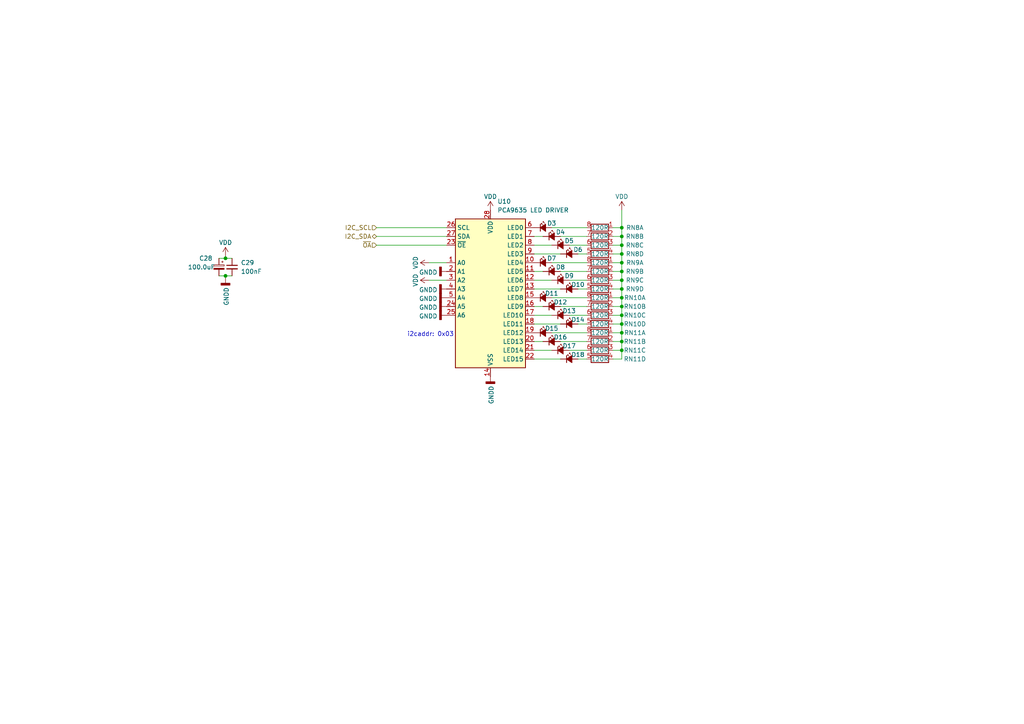
<source format=kicad_sch>
(kicad_sch (version 20250114) (generator "eeschema") (generator_version "9.0")
  (paper "A4")
  (lib_symbols
    (symbol "Device:C_Polarized_Small" (pin_numbers (hide yes)) (pin_names (offset 0.254) (hide yes))
      (property "Reference" "C" (at 0.254 1.778 0))
      (property "Value" "C_Polarized_Small" (at 0.254 -2.032 0))
      (symbol "C_Polarized_Small_0_1"
        (rectangle (start -1.524 0.6858) (end 1.524 0.3048))
        (rectangle (start -1.524 -0.3048) (end 1.524 -0.6858) (fill (type outline)))
        (polyline (pts (xy -1.27 1.524) (xy -0.762 1.524)))
        (polyline (pts (xy -1.016 1.27) (xy -1.016 1.778)))
      )
      (symbol "C_Polarized_Small_1_1"
        (pin passive line (at 0 2.54 270) (length 1.8542) (name "~") (number "1"))
        (pin passive line (at 0 -2.54 90) (length 1.8542) (name "~") (number "2"))
      )
    )
    (symbol "Device:C_Small" (pin_numbers (hide yes)) (pin_names (offset 0.254) (hide yes))
      (property "Reference" "C" (at 0.254 1.778 0))
      (property "Value" "C_Small" (at 0.254 -2.032 0))
      (symbol "C_Small_0_1"
        (polyline (pts (xy -1.524 0.508) (xy 1.524 0.508)) (stroke (width 0.3048)))
        (polyline (pts (xy -1.524 -0.508) (xy 1.524 -0.508)) (stroke (width 0.3302)))
      )
      (symbol "C_Small_1_1"
        (pin passive line (at 0 2.54 270) (length 2.032) (name "~") (number "1"))
        (pin passive line (at 0 -2.54 90) (length 2.032) (name "~") (number "2"))
      )
    )
    (symbol "Device:LED_Small_Filled" (pin_numbers (hide yes)) (pin_names (offset 0.254) (hide yes))
      (property "Reference" "D" (at -1.27 3.175 0))
      (property "Value" "LED_Small_Filled" (at -4.445 -2.54 0))
      (symbol "LED_Small_Filled_0_1"
        (polyline (pts (xy -0.762 -1.016) (xy -0.762 1.016)) (stroke (width 0.254)))
        (polyline (pts (xy 0 0.762) (xy -0.508 1.27) (xy -0.254 1.27) (xy -0.508 1.27) (xy -0.508 1.016)))
        (polyline (pts (xy 0.508 1.27) (xy 0 1.778) (xy 0.254 1.778) (xy 0 1.778) (xy 0 1.524)))
        (polyline (pts (xy 0.762 -1.016) (xy -0.762 0) (xy 0.762 1.016) (xy 0.762 -1.016)) (stroke (width 0.254)) (fill (type outline)))
        (polyline (pts (xy 1.016 0) (xy -0.762 0)))
      )
      (symbol "LED_Small_Filled_1_1"
        (pin passive line (at -2.54 0 0) (length 1.778) (name "K") (number "1"))
        (pin passive line (at 2.54 0 180) (length 1.778) (name "A") (number "2"))
      )
    )
    (symbol "Device:R_Pack04_Split" (pin_names (offset 0) (hide yes))
      (property "Reference" "RN" (at 2.032 0 90))
      (property "Value" "R_Pack04_Split" (at 0 0 90))
      (symbol "R_Pack04_Split_0_1"
        (rectangle (start 1.016 2.54) (end -1.016 -2.54) (stroke (width 0.254)))
      )
      (symbol "R_Pack04_Split_1_1"
        (pin passive line (at 0 3.81 270) (length 1.27) (name "R1.2") (number "8"))
        (pin passive line (at 0 -3.81 90) (length 1.27) (name "R1.1") (number "1"))
      )
      (symbol "R_Pack04_Split_2_1"
        (pin passive line (at 0 3.81 270) (length 1.27) (name "R2.2") (number "7"))
        (pin passive line (at 0 -3.81 90) (length 1.27) (name "R2.1") (number "2"))
      )
      (symbol "R_Pack04_Split_3_1"
        (pin passive line (at 0 3.81 270) (length 1.27) (name "R3.2") (number "6"))
        (pin passive line (at 0 -3.81 90) (length 1.27) (name "R3.1") (number "3"))
      )
      (symbol "R_Pack04_Split_4_1"
        (pin passive line (at 0 3.81 270) (length 1.27) (name "R4.2") (number "5"))
        (pin passive line (at 0 -3.81 90) (length 1.27) (name "R4.1") (number "4"))
      )
    )
    (symbol "Driver_LED:PCA9635"
      (property "Reference" "U" (at -10.16 24.13 0))
      (property "Value" "PCA9635" (at 2.54 -21.59 0))
      (symbol "PCA9635_0_1"
        (rectangle (start -10.16 22.86) (end 10.16 -20.32) (stroke (width 0.254)) (fill (type background)))
      )
      (symbol "PCA9635_1_1"
        (pin input line (at -12.7 20.32 0) (length 2.54) (name "SCL") (number "26"))
        (pin bidirectional line (at -12.7 17.78 0) (length 2.54) (name "SDA") (number "27"))
        (pin input line (at -12.7 15.24 0) (length 2.54) (name "~{OE}") (number "23"))
        (pin input line (at -12.7 10.16 0) (length 2.54) (name "A0") (number "1"))
        (pin input line (at -12.7 7.62 0) (length 2.54) (name "A1") (number "2"))
        (pin input line (at -12.7 5.08 0) (length 2.54) (name "A2") (number "3"))
        (pin input line (at -12.7 2.54 0) (length 2.54) (name "A3") (number "4"))
        (pin input line (at -12.7 0 0) (length 2.54) (name "A4") (number "5"))
        (pin input line (at -12.7 -2.54 0) (length 2.54) (name "A5") (number "24"))
        (pin input line (at -12.7 -5.08 0) (length 2.54) (name "A6") (number "25"))
        (pin power_in line (at 0 25.4 270) (length 2.54) (name "VDD") (number "28"))
        (pin power_in line (at 0 -22.86 90) (length 2.54) (name "VSS") (number "14"))
        (pin output line (at 12.7 20.32 180) (length 2.54) (name "LED0") (number "6"))
        (pin output line (at 12.7 17.78 180) (length 2.54) (name "LED1") (number "7"))
        (pin output line (at 12.7 15.24 180) (length 2.54) (name "LED2") (number "8"))
        (pin output line (at 12.7 12.7 180) (length 2.54) (name "LED3") (number "9"))
        (pin output line (at 12.7 10.16 180) (length 2.54) (name "LED4") (number "10"))
        (pin output line (at 12.7 7.62 180) (length 2.54) (name "LED5") (number "11"))
        (pin output line (at 12.7 5.08 180) (length 2.54) (name "LED6") (number "12"))
        (pin output line (at 12.7 2.54 180) (length 2.54) (name "LED7") (number "13"))
        (pin output line (at 12.7 0 180) (length 2.54) (name "LED8") (number "15"))
        (pin output line (at 12.7 -2.54 180) (length 2.54) (name "LED9") (number "16"))
        (pin output line (at 12.7 -5.08 180) (length 2.54) (name "LED10") (number "17"))
        (pin output line (at 12.7 -7.62 180) (length 2.54) (name "LED11") (number "18"))
        (pin output line (at 12.7 -10.16 180) (length 2.54) (name "LED12") (number "19"))
        (pin output line (at 12.7 -12.7 180) (length 2.54) (name "LED13") (number "20"))
        (pin output line (at 12.7 -15.24 180) (length 2.54) (name "LED14") (number "21"))
        (pin output line (at 12.7 -17.78 180) (length 2.54) (name "LED15") (number "22"))
      )
    )
    (symbol "power:GNDD" (power) (pin_names (offset 0))
      (property "Value" "GNDD" (at 0 -3.175 0))
      (symbol "GNDD_0_1"
        (rectangle (start -1.27 -1.524) (end 1.27 -2.032) (stroke (width 0.254)) (fill (type outline)))
        (polyline (pts (xy 0 0) (xy 0 -1.524)))
      )
      (symbol "GNDD_1_1"
        (pin power_in line (at 0 0 270) (length 0) (hide yes) (name "GNDD") (number "1"))
      )
    )
    (symbol "power:VDD" (power) (pin_names (offset 0))
      (property "Value" "VDD" (at 0 3.81 0))
      (symbol "VDD_0_1"
        (polyline (pts (xy -0.762 1.27) (xy 0 2.54)))
        (polyline (pts (xy 0 2.54) (xy 0.762 1.27)))
        (polyline (pts (xy 0 0) (xy 0 2.54)))
      )
      (symbol "VDD_1_1"
        (pin power_in line (at 0 0 90) (length 0) (hide yes) (name "VDD") (number "1"))
      )
    )
  )
  (text "i2caddr: 0x03" (at 118.11 97.79 0) (effects (font (size 1.27 1.27)) (justify left bottom)))
  (junction (at 180.34 78.74))
  (junction (at 180.34 99.06))
  (junction (at 180.34 76.2))
  (junction (at 180.34 68.58))
  (junction (at 180.34 81.28))
  (junction (at 180.34 66.04))
  (junction (at 180.34 83.82))
  (junction (at 180.34 101.6))
  (junction (at 180.34 86.36))
  (junction (at 65.405 80.01))
  (junction (at 180.34 88.9))
  (junction (at 180.34 96.52))
  (junction (at 180.34 91.44))
  (junction (at 65.405 74.93))
  (junction (at 180.34 73.66))
  (junction (at 180.34 93.98))
  (junction (at 180.34 71.12))
  (wire (pts (xy 180.34 71.12) (xy 180.34 73.66)))
  (wire (pts (xy 165.1 91.44) (xy 170.18 91.44)))
  (wire (pts (xy 124.46 81.28) (xy 129.54 81.28)))
  (wire (pts (xy 180.34 88.9) (xy 180.34 91.44)))
  (wire (pts (xy 180.34 73.66) (xy 180.34 76.2)))
  (wire (pts (xy 177.8 81.28) (xy 180.34 81.28)))
  (wire (pts (xy 167.64 83.82) (xy 170.18 83.82)))
  (wire (pts (xy 180.34 78.74) (xy 180.34 81.28)))
  (wire (pts (xy 65.405 74.295) (xy 65.405 74.93)))
  (wire (pts (xy 154.94 101.6) (xy 160.02 101.6)))
  (wire (pts (xy 177.8 71.12) (xy 180.34 71.12)))
  (wire (pts (xy 180.34 66.04) (xy 180.34 68.58)))
  (wire (pts (xy 109.22 71.12) (xy 129.54 71.12)))
  (wire (pts (xy 177.8 99.06) (xy 180.34 99.06)))
  (wire (pts (xy 180.34 104.14) (xy 177.8 104.14)))
  (wire (pts (xy 154.94 99.06) (xy 157.48 99.06)))
  (wire (pts (xy 177.8 68.58) (xy 180.34 68.58)))
  (wire (pts (xy 65.405 74.93) (xy 67.31 74.93)))
  (wire (pts (xy 180.34 101.6) (xy 180.34 104.14)))
  (wire (pts (xy 177.8 78.74) (xy 180.34 78.74)))
  (wire (pts (xy 180.34 76.2) (xy 180.34 78.74)))
  (wire (pts (xy 180.34 86.36) (xy 180.34 88.9)))
  (wire (pts (xy 177.8 96.52) (xy 180.34 96.52)))
  (wire (pts (xy 160.02 66.04) (xy 170.18 66.04)))
  (wire (pts (xy 154.94 81.28) (xy 160.02 81.28)))
  (wire (pts (xy 177.8 83.82) (xy 180.34 83.82)))
  (wire (pts (xy 154.94 104.14) (xy 162.56 104.14)))
  (wire (pts (xy 65.405 80.01) (xy 67.31 80.01)))
  (wire (pts (xy 165.1 101.6) (xy 170.18 101.6)))
  (wire (pts (xy 177.8 66.04) (xy 180.34 66.04)))
  (wire (pts (xy 180.34 99.06) (xy 180.34 101.6)))
  (wire (pts (xy 177.8 91.44) (xy 180.34 91.44)))
  (wire (pts (xy 162.56 99.06) (xy 170.18 99.06)))
  (wire (pts (xy 180.34 83.82) (xy 180.34 86.36)))
  (wire (pts (xy 63.5 74.93) (xy 65.405 74.93)))
  (wire (pts (xy 63.5 80.01) (xy 65.405 80.01)))
  (wire (pts (xy 167.64 93.98) (xy 170.18 93.98)))
  (wire (pts (xy 177.8 73.66) (xy 180.34 73.66)))
  (wire (pts (xy 177.8 88.9) (xy 180.34 88.9)))
  (wire (pts (xy 167.64 73.66) (xy 170.18 73.66)))
  (wire (pts (xy 154.94 71.12) (xy 160.02 71.12)))
  (wire (pts (xy 180.34 93.98) (xy 180.34 96.52)))
  (wire (pts (xy 154.94 88.9) (xy 157.48 88.9)))
  (wire (pts (xy 180.34 91.44) (xy 180.34 93.98)))
  (wire (pts (xy 154.94 68.58) (xy 157.48 68.58)))
  (wire (pts (xy 124.46 76.2) (xy 129.54 76.2)))
  (wire (pts (xy 154.94 93.98) (xy 162.56 93.98)))
  (wire (pts (xy 165.1 71.12) (xy 170.18 71.12)))
  (wire (pts (xy 180.34 60.96) (xy 180.34 66.04)))
  (wire (pts (xy 154.94 73.66) (xy 162.56 73.66)))
  (wire (pts (xy 177.8 86.36) (xy 180.34 86.36)))
  (wire (pts (xy 167.64 104.14) (xy 170.18 104.14)))
  (wire (pts (xy 162.56 78.74) (xy 170.18 78.74)))
  (wire (pts (xy 160.02 96.52) (xy 170.18 96.52)))
  (wire (pts (xy 109.22 68.58) (xy 129.54 68.58)))
  (wire (pts (xy 160.02 86.36) (xy 170.18 86.36)))
  (wire (pts (xy 154.94 83.82) (xy 162.56 83.82)))
  (wire (pts (xy 109.22 66.04) (xy 129.54 66.04)))
  (wire (pts (xy 154.94 78.74) (xy 157.48 78.74)))
  (wire (pts (xy 177.8 76.2) (xy 180.34 76.2)))
  (wire (pts (xy 177.8 93.98) (xy 180.34 93.98)))
  (wire (pts (xy 154.94 91.44) (xy 160.02 91.44)))
  (wire (pts (xy 65.405 80.01) (xy 65.405 80.645)))
  (wire (pts (xy 160.02 76.2) (xy 170.18 76.2)))
  (wire (pts (xy 180.34 81.28) (xy 180.34 83.82)))
  (wire (pts (xy 180.34 68.58) (xy 180.34 71.12)))
  (wire (pts (xy 180.34 96.52) (xy 180.34 99.06)))
  (wire (pts (xy 165.1 81.28) (xy 170.18 81.28)))
  (wire (pts (xy 162.56 88.9) (xy 170.18 88.9)))
  (wire (pts (xy 177.8 101.6) (xy 180.34 101.6)))
  (wire (pts (xy 162.56 68.58) (xy 170.18 68.58)))
  (hierarchical_label "I2C_SCL" (shape input) (at 109.22 66.04 180))
  (hierarchical_label "~{OA}" (shape input) (at 109.22 71.12 180))
  (hierarchical_label "I2C_SDA" (shape bidirectional) (at 109.22 68.58 180))
  (symbol (lib_id "Device:LED_Small_Filled") (at 162.56 101.6 0) (unit 1)
    (property "Reference" "D17" (at 165.1 100.33 0))
    (property "Value" "LED 0402 GREEN" (effects (hide yes)))
    (property "Footprint" "LED_SMD:LED_0402_1005Metric" (effects (hide yes)))
    (property "Datasheet" "https://datasheet.lcsc.com/lcsc/2211021630_XINGLIGHT-XL-1005UGC_C2856703.pdf" (effects (hide yes)))
    (property "lcsc#" "C2856703" (effects (hide yes)))
    (property "mfg#" "XL-1005UGC" (effects (hide yes)))
  )
  (symbol (lib_id "Device:LED_Small_Filled") (at 160.02 68.58 0) (unit 1)
    (property "Reference" "D4" (at 162.56 67.31 0))
    (property "Value" "LED 0402 RED" (effects (hide yes)))
    (property "Footprint" "LED_SMD:LED_0402_1005Metric" (effects (hide yes)))
    (property "Datasheet" "https://datasheet.lcsc.com/lcsc/2211030000_XINGLIGHT-XL-1005SURC_C965790.pdf" (effects (hide yes)))
    (property "lcsc#" "C965790" (effects (hide yes)))
    (property "mfg#" "XL-1005SURC" (effects (hide yes)))
  )
  (symbol (lib_id "Device:LED_Small_Filled") (at 157.48 86.36 0) (unit 1)
    (property "Reference" "D11" (at 160.02 85.09 0))
    (property "Value" "LED 0402 GREEN" (effects (hide yes)))
    (property "Footprint" "LED_SMD:LED_0402_1005Metric" (effects (hide yes)))
    (property "Datasheet" "https://datasheet.lcsc.com/lcsc/2211021630_XINGLIGHT-XL-1005UGC_C2856703.pdf" (effects (hide yes)))
    (property "lcsc#" "C2856703" (effects (hide yes)))
    (property "mfg#" "XL-1005UGC" (effects (hide yes)))
  )
  (symbol (lib_id "Device:LED_Small_Filled") (at 162.56 71.12 0) (unit 1)
    (property "Reference" "D5" (at 165.1 69.85 0))
    (property "Value" "LED 0402 GREEN" (effects (hide yes)))
    (property "Footprint" "LED_SMD:LED_0402_1005Metric" (effects (hide yes)))
    (property "Datasheet" "https://datasheet.lcsc.com/lcsc/2211021630_XINGLIGHT-XL-1005UGC_C2856703.pdf" (effects (hide yes)))
    (property "lcsc#" "C2856703" (effects (hide yes)))
    (property "mfg#" "XL-1005UGC" (effects (hide yes)))
  )
  (symbol (lib_id "Driver_LED:PCA9635") (at 142.24 86.36 0) (unit 1)
    (property "Reference" "U10" (at 144.2594 58.42 0) (effects (justify left)))
    (property "Value" "PCA9635 LED DRIVER" (at 144.2594 60.96 0) (effects (justify left)))
    (property "Footprint" "Package_SO:TSSOP-28_4.4x9.7mm_P0.65mm" (effects (hide yes)))
    (property "Datasheet" "https://www.nxp.com/docs/en/data-sheet/PCA9635.pdf" (effects (hide yes)))
    (property "lcsc#" "C110795" (effects (hide yes)))
    (property "dig#" "568-4067-1-ND" (effects (hide yes)))
    (property "mfg#" "PCA9635PW,118" (effects (hide yes)))
  )
  (symbol (lib_id "Device:R_Pack04_Split") (at 173.99 96.52 90) (unit 1)
    (property "Reference" "RN11" (at 184.15 96.52 90))
    (property "Value" "120R" (at 173.99 96.52 90))
    (property "Footprint" "Resistor_SMD:R_Array_Convex_4x0402" (effects (hide yes)))
    (property "Datasheet" "https://datasheet.lcsc.com/lcsc/1811141242_YAGEO-YC124-JR-07100RL_C326873.pdf" (effects (hide yes)))
    (property "mfg#" "YC124-JR-07120RL" (effects (hide yes)))
    (property "lcsc#" "C326871" (effects (hide yes)))
  )
  (symbol (lib_id "power:GNDD") (at 129.54 88.9 270) (unit 1)
    (property "Reference" "#PWR0111" (effects (hide yes)))
    (property "Value" "GNDD" (at 124.206 89.154 90))
  )
  (symbol (lib_id "Device:LED_Small_Filled") (at 165.1 93.98 0) (unit 1)
    (property "Reference" "D14" (at 167.64 92.71 0))
    (property "Value" "LED 0402 RED" (effects (hide yes)))
    (property "Footprint" "LED_SMD:LED_0402_1005Metric" (effects (hide yes)))
    (property "Datasheet" "https://datasheet.lcsc.com/lcsc/2211030000_XINGLIGHT-XL-1005SURC_C965790.pdf" (effects (hide yes)))
    (property "lcsc#" "C965790" (effects (hide yes)))
    (property "mfg#" "XL-1005SURC" (effects (hide yes)))
  )
  (symbol (lib_id "Device:LED_Small_Filled") (at 157.48 96.52 0) (unit 1)
    (property "Reference" "D15" (at 160.02 95.25 0))
    (property "Value" "LED 0402 GREEN" (effects (hide yes)))
    (property "Footprint" "LED_SMD:LED_0402_1005Metric" (effects (hide yes)))
    (property "Datasheet" "https://datasheet.lcsc.com/lcsc/2211021630_XINGLIGHT-XL-1005UGC_C2856703.pdf" (effects (hide yes)))
    (property "lcsc#" "C2856703" (effects (hide yes)))
    (property "mfg#" "XL-1005UGC" (effects (hide yes)))
  )
  (symbol (lib_id "power:GNDD") (at 65.405 80.645 0) (unit 1)
    (property "Reference" "#PWR049" (effects (hide yes)))
    (property "Value" "GNDD" (at 65.659 85.979 90))
  )
  (symbol (lib_id "power:GNDD") (at 129.54 83.82 270) (unit 1)
    (property "Reference" "#PWR0109" (effects (hide yes)))
    (property "Value" "GNDD" (at 124.206 84.074 90))
  )
  (symbol (lib_id "Device:R_Pack04_Split") (at 173.99 86.36 90) (unit 1)
    (property "Reference" "RN10" (at 184.15 86.36 90))
    (property "Value" "120R" (at 173.99 86.36 90))
    (property "Footprint" "Resistor_SMD:R_Array_Convex_4x0402" (effects (hide yes)))
    (property "Datasheet" "https://datasheet.lcsc.com/lcsc/1811141242_YAGEO-YC124-JR-07100RL_C326873.pdf" (effects (hide yes)))
    (property "mfg#" "YC124-JR-07120RL" (effects (hide yes)))
    (property "lcsc#" "C326871" (effects (hide yes)))
  )
  (symbol (lib_id "power:VDD") (at 142.24 60.96 0) (unit 1)
    (property "Reference" "#PWR0102" (effects (hide yes)))
    (property "Value" "VDD" (at 142.24 57.023 0))
  )
  (symbol (lib_id "Device:R_Pack04_Split") (at 173.99 76.2 90) (unit 1)
    (property "Reference" "RN9" (at 184.15 76.2 90))
    (property "Value" "120R" (at 173.99 76.2 90))
    (property "Footprint" "Resistor_SMD:R_Array_Convex_4x0402" (effects (hide yes)))
    (property "Datasheet" "https://datasheet.lcsc.com/lcsc/1811141242_YAGEO-YC124-JR-07100RL_C326873.pdf" (effects (hide yes)))
    (property "mfg#" "YC124-JR-07120RL" (effects (hide yes)))
    (property "lcsc#" "C326871" (effects (hide yes)))
  )
  (symbol (lib_id "Device:LED_Small_Filled") (at 157.48 76.2 0) (unit 1)
    (property "Reference" "D7" (at 160.02 74.93 0))
    (property "Value" "LED 0402 GREEN" (effects (hide yes)))
    (property "Footprint" "LED_SMD:LED_0402_1005Metric" (effects (hide yes)))
    (property "Datasheet" "https://datasheet.lcsc.com/lcsc/2211021630_XINGLIGHT-XL-1005UGC_C2856703.pdf" (effects (hide yes)))
    (property "lcsc#" "C2856703" (effects (hide yes)))
    (property "mfg#" "XL-1005UGC" (effects (hide yes)))
  )
  (symbol (lib_id "Device:LED_Small_Filled") (at 165.1 83.82 0) (unit 1)
    (property "Reference" "D10" (at 167.64 82.55 0))
    (property "Value" "LED 0402 RED" (effects (hide yes)))
    (property "Footprint" "LED_SMD:LED_0402_1005Metric" (effects (hide yes)))
    (property "Datasheet" "https://datasheet.lcsc.com/lcsc/2211030000_XINGLIGHT-XL-1005SURC_C965790.pdf" (effects (hide yes)))
    (property "lcsc#" "C965790" (effects (hide yes)))
    (property "mfg#" "XL-1005SURC" (effects (hide yes)))
  )
  (symbol (lib_id "Device:LED_Small_Filled") (at 162.56 81.28 0) (unit 1)
    (property "Reference" "D9" (at 165.1 80.01 0))
    (property "Value" "LED 0402 GREEN" (effects (hide yes)))
    (property "Footprint" "LED_SMD:LED_0402_1005Metric" (effects (hide yes)))
    (property "Datasheet" "https://datasheet.lcsc.com/lcsc/2211021630_XINGLIGHT-XL-1005UGC_C2856703.pdf" (effects (hide yes)))
    (property "lcsc#" "C2856703" (effects (hide yes)))
    (property "mfg#" "XL-1005UGC" (effects (hide yes)))
  )
  (symbol (lib_id "Device:R_Pack04_Split") (at 173.99 104.14 90) (unit 4)
    (property "Reference" "RN11" (at 184.15 104.14 90))
    (property "Value" "120R" (at 173.99 104.14 90))
    (property "Footprint" "Resistor_SMD:R_Array_Convex_4x0402" (effects (hide yes)))
    (property "Datasheet" "https://datasheet.lcsc.com/lcsc/1811141242_YAGEO-YC124-JR-07100RL_C326873.pdf" (effects (hide yes)))
    (property "mfg#" "YC124-JR-07120RL" (effects (hide yes)))
    (property "lcsc#" "C326871" (effects (hide yes)))
  )
  (symbol (lib_id "power:GNDD") (at 129.54 86.36 270) (unit 1)
    (property "Reference" "#PWR0110" (effects (hide yes)))
    (property "Value" "GNDD" (at 124.206 86.614 90))
  )
  (symbol (lib_id "Device:LED_Small_Filled") (at 165.1 104.14 0) (unit 1)
    (property "Reference" "D18" (at 167.64 102.87 0))
    (property "Value" "LED 0402 RED" (effects (hide yes)))
    (property "Footprint" "LED_SMD:LED_0402_1005Metric" (effects (hide yes)))
    (property "Datasheet" "https://datasheet.lcsc.com/lcsc/2211030000_XINGLIGHT-XL-1005SURC_C965790.pdf" (effects (hide yes)))
    (property "lcsc#" "C965790" (effects (hide yes)))
    (property "mfg#" "XL-1005SURC" (effects (hide yes)))
  )
  (symbol (lib_id "Device:R_Pack04_Split") (at 173.99 83.82 90) (unit 4)
    (property "Reference" "RN9" (at 184.15 83.82 90))
    (property "Value" "120R" (at 173.99 83.82 90))
    (property "Footprint" "Resistor_SMD:R_Array_Convex_4x0402" (effects (hide yes)))
    (property "Datasheet" "https://datasheet.lcsc.com/lcsc/1811141242_YAGEO-YC124-JR-07100RL_C326873.pdf" (effects (hide yes)))
    (property "mfg#" "YC124-JR-07120RL" (effects (hide yes)))
    (property "lcsc#" "C326871" (effects (hide yes)))
  )
  (symbol (lib_id "Device:C_Small") (at 67.31 77.47 0) (unit 1)
    (property "Reference" "C29" (at 69.85 76.2062 0) (effects (justify left)))
    (property "Value" "100nF" (at 69.85 78.7462 0) (effects (justify left)))
    (property "Footprint" "Capacitor_SMD:C_0603_1608Metric" (effects (hide yes)))
    (property "Datasheet" "https://datasheet.lcsc.com/lcsc/1912111437_TDK-C1608X7R1E104KT000N_C338036.pdf" (effects (hide yes)))
    (property "lcsc#" "C338036" (effects (hide yes)))
    (property "mfg#" "C1608X7R1E104KT000N" (effects (hide yes)))
  )
  (symbol (lib_id "Device:R_Pack04_Split") (at 173.99 66.04 90) (unit 1)
    (property "Reference" "RN8" (at 184.15 66.04 90))
    (property "Value" "120R" (at 173.99 66.04 90))
    (property "Footprint" "Resistor_SMD:R_Array_Convex_4x0402" (effects (hide yes)))
    (property "Datasheet" "https://datasheet.lcsc.com/lcsc/1811141242_YAGEO-YC124-JR-07100RL_C326873.pdf" (effects (hide yes)))
    (property "mfg#" "YC124-JR-07120RL" (effects (hide yes)))
    (property "lcsc#" "C326871" (effects (hide yes)))
  )
  (symbol (lib_id "Device:R_Pack04_Split") (at 173.99 93.98 90) (unit 4)
    (property "Reference" "RN10" (at 184.15 93.98 90))
    (property "Value" "120R" (at 173.99 93.98 90))
    (property "Footprint" "Resistor_SMD:R_Array_Convex_4x0402" (effects (hide yes)))
    (property "Datasheet" "https://datasheet.lcsc.com/lcsc/1811141242_YAGEO-YC124-JR-07100RL_C326873.pdf" (effects (hide yes)))
    (property "mfg#" "YC124-JR-07120RL" (effects (hide yes)))
    (property "lcsc#" "C326871" (effects (hide yes)))
  )
  (symbol (lib_id "Device:LED_Small_Filled") (at 160.02 99.06 0) (unit 1)
    (property "Reference" "D16" (at 162.56 97.79 0))
    (property "Value" "LED 0402 RED" (effects (hide yes)))
    (property "Footprint" "LED_SMD:LED_0402_1005Metric" (effects (hide yes)))
    (property "Datasheet" "https://datasheet.lcsc.com/lcsc/2211030000_XINGLIGHT-XL-1005SURC_C965790.pdf" (effects (hide yes)))
    (property "lcsc#" "C965790" (effects (hide yes)))
    (property "mfg#" "XL-1005SURC" (effects (hide yes)))
  )
  (symbol (lib_id "Device:R_Pack04_Split") (at 173.99 101.6 90) (unit 3)
    (property "Reference" "RN11" (at 184.15 101.6 90))
    (property "Value" "120R" (at 173.99 101.6 90))
    (property "Footprint" "Resistor_SMD:R_Array_Convex_4x0402" (effects (hide yes)))
    (property "Datasheet" "https://datasheet.lcsc.com/lcsc/1811141242_YAGEO-YC124-JR-07100RL_C326873.pdf" (effects (hide yes)))
    (property "mfg#" "YC124-JR-07120RL" (effects (hide yes)))
    (property "lcsc#" "C326871" (effects (hide yes)))
  )
  (symbol (lib_id "power:VDD") (at 124.46 81.28 90) (unit 1)
    (property "Reference" "#PWR0108" (effects (hide yes)))
    (property "Value" "VDD" (at 120.523 81.28 0))
  )
  (symbol (lib_id "power:VDD") (at 180.34 60.96 0) (unit 1)
    (property "Reference" "#PWR0103" (effects (hide yes)))
    (property "Value" "VDD" (at 180.34 57.023 0))
  )
  (symbol (lib_id "Device:R_Pack04_Split") (at 173.99 68.58 90) (unit 2)
    (property "Reference" "RN8" (at 184.15 68.58 90))
    (property "Value" "120R" (at 173.99 68.58 90))
    (property "Footprint" "Resistor_SMD:R_Array_Convex_4x0402" (effects (hide yes)))
    (property "Datasheet" "https://datasheet.lcsc.com/lcsc/1811141242_YAGEO-YC124-JR-07100RL_C326873.pdf" (effects (hide yes)))
    (property "mfg#" "YC124-JR-07120RL" (effects (hide yes)))
    (property "lcsc#" "C326871" (effects (hide yes)))
  )
  (symbol (lib_id "Device:R_Pack04_Split") (at 173.99 88.9 90) (unit 2)
    (property "Reference" "RN10" (at 184.15 88.9 90))
    (property "Value" "120R" (at 173.99 88.9 90))
    (property "Footprint" "Resistor_SMD:R_Array_Convex_4x0402" (effects (hide yes)))
    (property "Datasheet" "https://datasheet.lcsc.com/lcsc/1811141242_YAGEO-YC124-JR-07100RL_C326873.pdf" (effects (hide yes)))
    (property "mfg#" "YC124-JR-07120RL" (effects (hide yes)))
    (property "lcsc#" "C326871" (effects (hide yes)))
  )
  (symbol (lib_id "Device:R_Pack04_Split") (at 173.99 78.74 90) (unit 2)
    (property "Reference" "RN9" (at 184.15 78.74 90))
    (property "Value" "120R" (at 173.99 78.74 90))
    (property "Footprint" "Resistor_SMD:R_Array_Convex_4x0402" (effects (hide yes)))
    (property "Datasheet" "https://datasheet.lcsc.com/lcsc/1811141242_YAGEO-YC124-JR-07100RL_C326873.pdf" (effects (hide yes)))
    (property "mfg#" "YC124-JR-07120RL" (effects (hide yes)))
    (property "lcsc#" "C326871" (effects (hide yes)))
  )
  (symbol (lib_id "power:GNDD") (at 129.54 91.44 270) (unit 1)
    (property "Reference" "#PWR0112" (effects (hide yes)))
    (property "Value" "GNDD" (at 124.206 91.694 90))
  )
  (symbol (lib_id "power:GNDD") (at 142.24 109.22 0) (unit 1)
    (property "Reference" "#PWR0113" (effects (hide yes)))
    (property "Value" "GNDD" (at 142.494 114.554 90))
  )
  (symbol (lib_id "Device:LED_Small_Filled") (at 162.56 91.44 0) (unit 1)
    (property "Reference" "D13" (at 165.1 90.17 0))
    (property "Value" "LED 0402 GREEN" (effects (hide yes)))
    (property "Footprint" "LED_SMD:LED_0402_1005Metric" (effects (hide yes)))
    (property "Datasheet" "https://datasheet.lcsc.com/lcsc/2211021630_XINGLIGHT-XL-1005UGC_C2856703.pdf" (effects (hide yes)))
    (property "lcsc#" "C2856703" (effects (hide yes)))
    (property "mfg#" "XL-1005UGC" (effects (hide yes)))
  )
  (symbol (lib_id "Device:R_Pack04_Split") (at 173.99 99.06 90) (unit 2)
    (property "Reference" "RN11" (at 184.15 99.06 90))
    (property "Value" "120R" (at 173.99 99.06 90))
    (property "Footprint" "Resistor_SMD:R_Array_Convex_4x0402" (effects (hide yes)))
    (property "Datasheet" "https://datasheet.lcsc.com/lcsc/1811141242_YAGEO-YC124-JR-07100RL_C326873.pdf" (effects (hide yes)))
    (property "mfg#" "YC124-JR-07120RL" (effects (hide yes)))
    (property "lcsc#" "C326871" (effects (hide yes)))
  )
  (symbol (lib_id "Device:LED_Small_Filled") (at 160.02 88.9 0) (unit 1)
    (property "Reference" "D12" (at 162.56 87.63 0))
    (property "Value" "LED 0402 RED" (effects (hide yes)))
    (property "Footprint" "LED_SMD:LED_0402_1005Metric" (effects (hide yes)))
    (property "Datasheet" "https://datasheet.lcsc.com/lcsc/2211030000_XINGLIGHT-XL-1005SURC_C965790.pdf" (effects (hide yes)))
    (property "lcsc#" "C965790" (effects (hide yes)))
    (property "mfg#" "XL-1005SURC" (effects (hide yes)))
  )
  (symbol (lib_id "Device:LED_Small_Filled") (at 165.1 73.66 0) (unit 1)
    (property "Reference" "D6" (at 167.64 72.39 0))
    (property "Value" "LED 0402 RED" (effects (hide yes)))
    (property "Footprint" "LED_SMD:LED_0402_1005Metric" (effects (hide yes)))
    (property "Datasheet" "https://datasheet.lcsc.com/lcsc/2211030000_XINGLIGHT-XL-1005SURC_C965790.pdf" (effects (hide yes)))
    (property "lcsc#" "C965790" (effects (hide yes)))
    (property "mfg#" "XL-1005SURC" (effects (hide yes)))
  )
  (symbol (lib_id "Device:R_Pack04_Split") (at 173.99 73.66 90) (unit 4)
    (property "Reference" "RN8" (at 184.15 73.66 90))
    (property "Value" "120R" (at 173.99 73.66 90))
    (property "Footprint" "Resistor_SMD:R_Array_Convex_4x0402" (effects (hide yes)))
    (property "Datasheet" "https://datasheet.lcsc.com/lcsc/1811141242_YAGEO-YC124-JR-07100RL_C326873.pdf" (effects (hide yes)))
    (property "mfg#" "YC124-JR-07120RL" (effects (hide yes)))
    (property "lcsc#" "C326871" (effects (hide yes)))
  )
  (symbol (lib_id "power:GNDD") (at 129.54 78.74 270) (unit 1)
    (property "Reference" "#PWR0106" (effects (hide yes)))
    (property "Value" "GNDD" (at 124.206 78.994 90))
  )
  (symbol (lib_id "power:VDD") (at 65.405 74.295 0) (unit 1)
    (property "Reference" "#PWR0104" (effects (hide yes)))
    (property "Value" "VDD" (at 65.405 70.358 0))
  )
  (symbol (lib_id "power:VDD") (at 124.46 76.2 90) (unit 1)
    (property "Reference" "#PWR0105" (effects (hide yes)))
    (property "Value" "VDD" (at 120.523 76.2 0))
  )
  (symbol (lib_id "Device:R_Pack04_Split") (at 173.99 81.28 90) (unit 3)
    (property "Reference" "RN9" (at 184.15 81.28 90))
    (property "Value" "120R" (at 173.99 81.28 90))
    (property "Footprint" "Resistor_SMD:R_Array_Convex_4x0402" (effects (hide yes)))
    (property "Datasheet" "https://datasheet.lcsc.com/lcsc/1811141242_YAGEO-YC124-JR-07100RL_C326873.pdf" (effects (hide yes)))
    (property "mfg#" "YC124-JR-07120RL" (effects (hide yes)))
    (property "lcsc#" "C326871" (effects (hide yes)))
  )
  (symbol (lib_id "Device:LED_Small_Filled") (at 160.02 78.74 0) (unit 1)
    (property "Reference" "D8" (at 162.56 77.47 0))
    (property "Value" "LED 0402 RED" (effects (hide yes)))
    (property "Footprint" "LED_SMD:LED_0402_1005Metric" (effects (hide yes)))
    (property "Datasheet" "https://datasheet.lcsc.com/lcsc/2211030000_XINGLIGHT-XL-1005SURC_C965790.pdf" (effects (hide yes)))
    (property "lcsc#" "C965790" (effects (hide yes)))
    (property "mfg#" "XL-1005SURC" (effects (hide yes)))
  )
  (symbol (lib_id "Device:LED_Small_Filled") (at 157.48 66.04 0) (unit 1)
    (property "Reference" "D3" (at 160.02 64.77 0))
    (property "Value" "LED 0402 GREEN" (effects (hide yes)))
    (property "Footprint" "LED_SMD:LED_0402_1005Metric" (effects (hide yes)))
    (property "Datasheet" "https://datasheet.lcsc.com/lcsc/2211021630_XINGLIGHT-XL-1005UGC_C2856703.pdf" (effects (hide yes)))
    (property "lcsc#" "C2856703" (effects (hide yes)))
    (property "mfg#" "XL-1005UGC" (effects (hide yes)))
  )
  (symbol (lib_id "Device:R_Pack04_Split") (at 173.99 71.12 90) (unit 3)
    (property "Reference" "RN8" (at 184.15 71.12 90))
    (property "Value" "120R" (at 173.99 71.12 90))
    (property "Footprint" "Resistor_SMD:R_Array_Convex_4x0402" (effects (hide yes)))
    (property "Datasheet" "https://datasheet.lcsc.com/lcsc/1811141242_YAGEO-YC124-JR-07100RL_C326873.pdf" (effects (hide yes)))
    (property "mfg#" "YC124-JR-07120RL" (effects (hide yes)))
    (property "lcsc#" "C326871" (effects (hide yes)))
  )
  (symbol (lib_id "Device:C_Polarized_Small") (at 63.5 77.47 0) (mirror y) (unit 1)
    (property "Reference" "C28" (at 59.69 74.93 0))
    (property "Value" "100.0uF" (at 58.42 77.47 0))
    (property "Footprint" "Capacitor_Tantalum_SMD:CP_EIA-3216-10_Kemet-I" (effects (hide yes)))
    (property "mfg#" "TLJA107M006R0800" (effects (hide yes)))
    (property "lcsc#" "C27279" (effects (hide yes)))
  )
  (symbol (lib_id "Device:R_Pack04_Split") (at 173.99 91.44 90) (unit 3)
    (property "Reference" "RN10" (at 184.15 91.44 90))
    (property "Value" "120R" (at 173.99 91.44 90))
    (property "Footprint" "Resistor_SMD:R_Array_Convex_4x0402" (effects (hide yes)))
    (property "Datasheet" "https://datasheet.lcsc.com/lcsc/1811141242_YAGEO-YC124-JR-07100RL_C326873.pdf" (effects (hide yes)))
    (property "mfg#" "YC124-JR-07120RL" (effects (hide yes)))
    (property "lcsc#" "C326871" (effects (hide yes)))
  )
)
</source>
